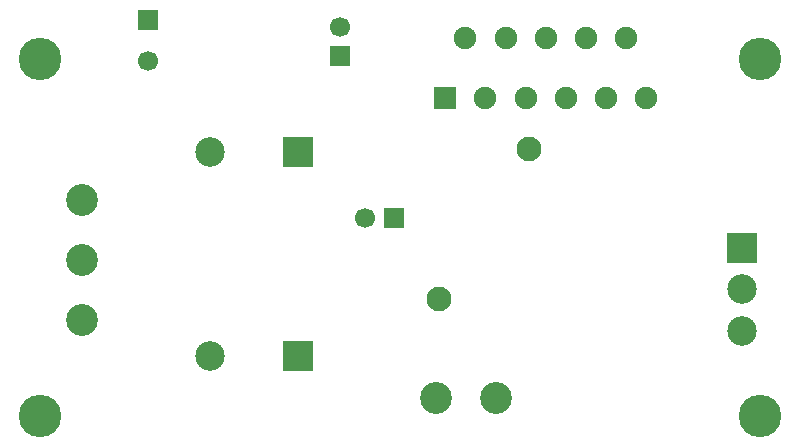
<source format=gbr>
%TF.GenerationSoftware,KiCad,Pcbnew,(5.1.6-0)*%
%TF.CreationDate,2023-03-27T21:53:34-07:00*%
%TF.ProjectId,LM3886-bal-no15v-th,4c4d3338-3836-42d6-9261-6c2d6e6f3135,rev?*%
%TF.SameCoordinates,Original*%
%TF.FileFunction,Soldermask,Bot*%
%TF.FilePolarity,Negative*%
%FSLAX46Y46*%
G04 Gerber Fmt 4.6, Leading zero omitted, Abs format (unit mm)*
G04 Created by KiCad (PCBNEW (5.1.6-0)) date 2023-03-27 21:53:34*
%MOMM*%
%LPD*%
G01*
G04 APERTURE LIST*
%ADD10C,1.700000*%
%ADD11R,1.700000X1.700000*%
%ADD12C,2.500000*%
%ADD13R,2.500000X2.500000*%
%ADD14C,2.700000*%
%ADD15C,3.600000*%
%ADD16C,2.100000*%
%ADD17O,1.900000X1.900000*%
%ADD18R,1.900000X1.900000*%
G04 APERTURE END LIST*
D10*
%TO.C,C10*%
X85344000Y-66492000D03*
D11*
X85344000Y-62992000D03*
%TD*%
D10*
%TO.C,C7*%
X101600000Y-63540000D03*
D11*
X101600000Y-66040000D03*
%TD*%
D10*
%TO.C,C6*%
X103672000Y-79756000D03*
D11*
X106172000Y-79756000D03*
%TD*%
D12*
%TO.C,C3*%
X90544000Y-74168000D03*
D13*
X98044000Y-74168000D03*
%TD*%
D12*
%TO.C,C2*%
X90544000Y-91440000D03*
D13*
X98044000Y-91440000D03*
%TD*%
D12*
%TO.C,J1*%
X135636000Y-89296000D03*
X135636000Y-85796000D03*
D13*
X135636000Y-82296000D03*
%TD*%
D14*
%TO.C,J3*%
X79756000Y-88392000D03*
X79756000Y-83312000D03*
X79756000Y-78232000D03*
%TD*%
%TO.C,J2*%
X114808000Y-94996000D03*
X109728000Y-94996000D03*
%TD*%
D15*
%TO.C,H4*%
X137160000Y-96520000D03*
%TD*%
%TO.C,H3*%
X137160000Y-66248000D03*
%TD*%
%TO.C,H2*%
X76200000Y-96520000D03*
%TD*%
%TO.C,H1*%
X76200000Y-66248000D03*
%TD*%
D16*
%TO.C,L1*%
X109982000Y-86614000D03*
X117602000Y-73914000D03*
%TD*%
D17*
%TO.C,U1*%
X127490000Y-69596000D03*
X125790000Y-64516000D03*
X124090000Y-69596000D03*
X122390000Y-64516000D03*
X120690000Y-69596000D03*
X118990000Y-64516000D03*
X117290000Y-69596000D03*
X115590000Y-64516000D03*
X113890000Y-69596000D03*
X112190000Y-64516000D03*
D18*
X110490000Y-69596000D03*
%TD*%
M02*

</source>
